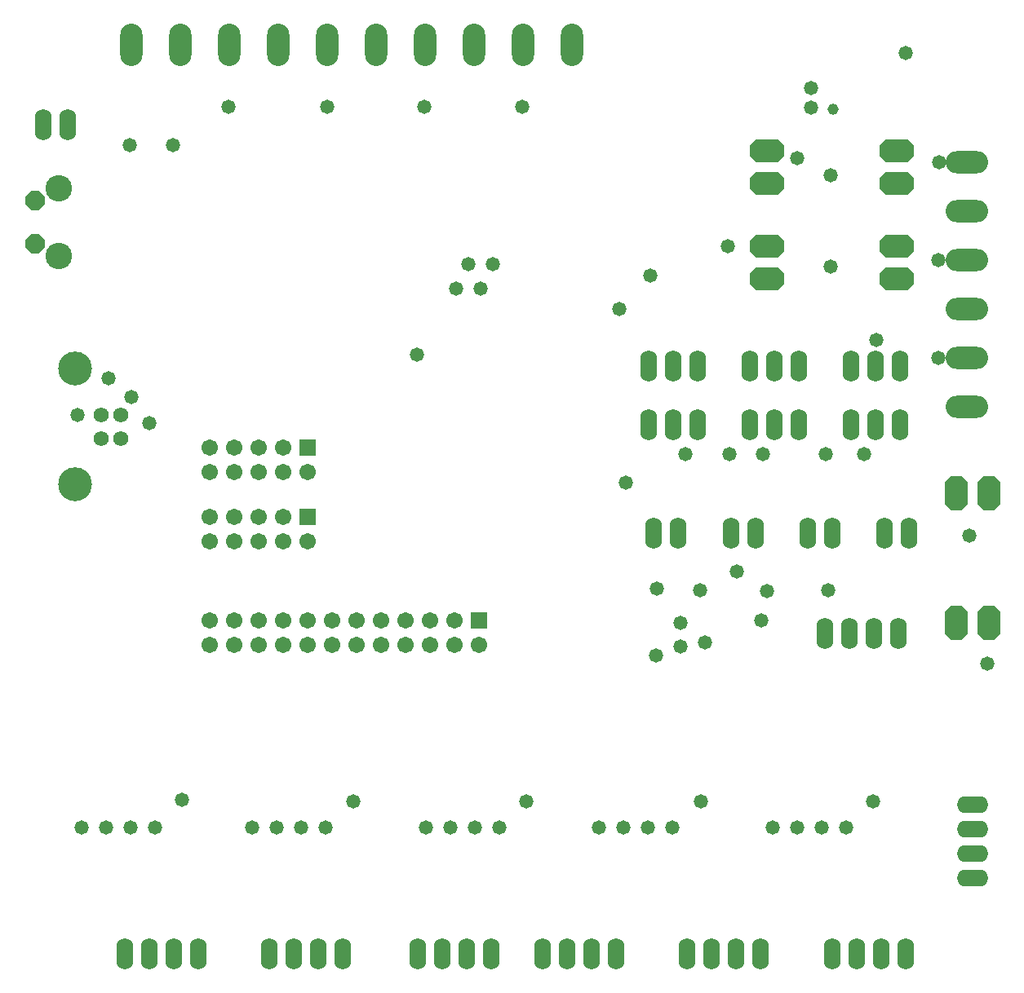
<source format=gbs>
G04 Layer_Color=16711935*
%FSLAX24Y24*%
%MOIN*%
G70*
G01*
G75*
%ADD178C,0.0580*%
%ADD224R,0.0671X0.0671*%
%ADD225C,0.0671*%
%ADD226O,0.0680X0.1280*%
G04:AMPARAMS|DCode=227|XSize=141mil|YSize=91mil|CornerRadius=0mil|HoleSize=0mil|Usage=FLASHONLY|Rotation=180.000|XOffset=0mil|YOffset=0mil|HoleType=Round|Shape=Octagon|*
%AMOCTAGOND227*
4,1,8,-0.0705,0.0228,-0.0705,-0.0228,-0.0478,-0.0455,0.0478,-0.0455,0.0705,-0.0228,0.0705,0.0228,0.0478,0.0455,-0.0478,0.0455,-0.0705,0.0228,0.0*
%
%ADD227OCTAGOND227*%

G04:AMPARAMS|DCode=228|XSize=141mil|YSize=91mil|CornerRadius=0mil|HoleSize=0mil|Usage=FLASHONLY|Rotation=270.000|XOffset=0mil|YOffset=0mil|HoleType=Round|Shape=Octagon|*
%AMOCTAGOND228*
4,1,8,-0.0228,-0.0705,0.0228,-0.0705,0.0455,-0.0478,0.0455,0.0478,0.0228,0.0705,-0.0228,0.0705,-0.0455,0.0478,-0.0455,-0.0478,-0.0228,-0.0705,0.0*
%
%ADD228OCTAGOND228*%

%ADD229O,0.0905X0.1730*%
%ADD230C,0.1385*%
%ADD231C,0.0620*%
%ADD232C,0.1080*%
%ADD233P,0.0844X8X292.5*%
%ADD234O,0.1730X0.0905*%
%ADD235O,0.1280X0.0680*%
%ADD236C,0.0580*%
%ADD237C,0.0460*%
D178*
X18090Y28630D02*
D03*
X18590Y29630D02*
D03*
X19090Y28630D02*
D03*
X19580Y29630D02*
D03*
X16460Y25930D02*
D03*
X4820Y24200D02*
D03*
X3860Y24990D02*
D03*
X24750Y27820D02*
D03*
X33010Y6620D02*
D03*
X25921D02*
D03*
X11744D02*
D03*
X4776D02*
D03*
X34010D02*
D03*
X26921D02*
D03*
X12744D02*
D03*
X5776D02*
D03*
X32010D02*
D03*
X24921D02*
D03*
X10744D02*
D03*
X3776D02*
D03*
X31010D02*
D03*
X23921D02*
D03*
X9744D02*
D03*
X2776D02*
D03*
X18835D02*
D03*
X19835D02*
D03*
X16835D02*
D03*
X17835D02*
D03*
X35226Y26545D02*
D03*
X33290Y16300D02*
D03*
X30760Y16270D02*
D03*
X35120Y7680D02*
D03*
X28070D02*
D03*
X13860D02*
D03*
X6870Y7730D02*
D03*
X20790Y36060D02*
D03*
X16770D02*
D03*
X12800D02*
D03*
X8780D02*
D03*
X33180Y21880D02*
D03*
X29240D02*
D03*
X25020Y20700D02*
D03*
X34730Y21880D02*
D03*
X30610D02*
D03*
X27440D02*
D03*
X29550Y17060D02*
D03*
X27250Y14000D02*
D03*
X28250Y14190D02*
D03*
X27250Y14970D02*
D03*
X26270Y16390D02*
D03*
X28050Y16310D02*
D03*
X20940Y7670D02*
D03*
X30550Y15060D02*
D03*
X26250Y13655D02*
D03*
X36450Y38280D02*
D03*
X26020Y29160D02*
D03*
X4750Y34500D02*
D03*
X37810Y33820D02*
D03*
X32020Y33970D02*
D03*
X37770Y29810D02*
D03*
X29160Y30380D02*
D03*
X37770Y25820D02*
D03*
X39764Y13307D02*
D03*
X6500Y34500D02*
D03*
X5541Y23140D02*
D03*
X2618Y23474D02*
D03*
X39035Y18533D02*
D03*
X33386Y33278D02*
D03*
Y29537D02*
D03*
D224*
X19010Y15060D02*
D03*
X12010Y19300D02*
D03*
Y22150D02*
D03*
D225*
X19010Y14060D02*
D03*
X18010Y15060D02*
D03*
Y14060D02*
D03*
X17010Y15060D02*
D03*
Y14060D02*
D03*
X16010Y15060D02*
D03*
Y14060D02*
D03*
X15010Y15060D02*
D03*
Y14060D02*
D03*
X14010Y15060D02*
D03*
Y14060D02*
D03*
X13010Y15060D02*
D03*
Y14060D02*
D03*
X12010Y15060D02*
D03*
Y14060D02*
D03*
X11010Y15060D02*
D03*
Y14060D02*
D03*
X10010Y15060D02*
D03*
Y14060D02*
D03*
X9010Y15060D02*
D03*
Y14060D02*
D03*
X8010Y15060D02*
D03*
Y14060D02*
D03*
Y18300D02*
D03*
Y19300D02*
D03*
X9010Y18300D02*
D03*
Y19300D02*
D03*
X10010Y18300D02*
D03*
Y19300D02*
D03*
X11010Y18300D02*
D03*
Y19300D02*
D03*
X12010Y18300D02*
D03*
X8010Y21150D02*
D03*
Y22150D02*
D03*
X9010Y21150D02*
D03*
Y22150D02*
D03*
X10010Y21150D02*
D03*
Y22150D02*
D03*
X11010Y21150D02*
D03*
Y22150D02*
D03*
X12010Y21150D02*
D03*
D226*
X1200Y35350D02*
D03*
X2200D02*
D03*
X32085Y25490D02*
D03*
X31085D02*
D03*
X30085D02*
D03*
X34220D02*
D03*
X35220D02*
D03*
X36220D02*
D03*
X27950D02*
D03*
X26950D02*
D03*
X25950D02*
D03*
X36220Y23090D02*
D03*
X35220D02*
D03*
X34220D02*
D03*
X30085D02*
D03*
X31085D02*
D03*
X32085D02*
D03*
X27950D02*
D03*
X26950D02*
D03*
X25950D02*
D03*
X21600Y1450D02*
D03*
X22600D02*
D03*
X23600D02*
D03*
X24600D02*
D03*
X16500D02*
D03*
X17500D02*
D03*
X18500D02*
D03*
X19500D02*
D03*
X26130Y18630D02*
D03*
X27130D02*
D03*
X29300D02*
D03*
X30300D02*
D03*
X32450D02*
D03*
X33450D02*
D03*
X35580D02*
D03*
X36580D02*
D03*
X33150Y14550D02*
D03*
X34150D02*
D03*
X35150D02*
D03*
X36150D02*
D03*
X7550Y1450D02*
D03*
X6550D02*
D03*
X5550D02*
D03*
X4550D02*
D03*
X13450D02*
D03*
X12450D02*
D03*
X11450D02*
D03*
X10450D02*
D03*
X30500D02*
D03*
X29500D02*
D03*
X28500D02*
D03*
X27500D02*
D03*
X36450D02*
D03*
X35450D02*
D03*
X34450D02*
D03*
X33450D02*
D03*
D227*
X30760Y32930D02*
D03*
Y34270D02*
D03*
X36060D02*
D03*
Y32930D02*
D03*
X30760Y29030D02*
D03*
Y30370D02*
D03*
X36060D02*
D03*
Y29030D02*
D03*
D228*
X39843Y20288D02*
D03*
X38503D02*
D03*
Y14988D02*
D03*
X39843D02*
D03*
D229*
X4800Y38620D02*
D03*
X6800D02*
D03*
X8800D02*
D03*
X10800D02*
D03*
X12800D02*
D03*
X14800D02*
D03*
X16800D02*
D03*
X18800D02*
D03*
X20800D02*
D03*
X22800D02*
D03*
D230*
X2500Y20630D02*
D03*
Y25362D02*
D03*
D231*
X3570Y22500D02*
D03*
Y23492D02*
D03*
X4360D02*
D03*
Y22500D02*
D03*
D232*
X1840Y29970D02*
D03*
Y32730D02*
D03*
D233*
X860Y30460D02*
D03*
Y32240D02*
D03*
D234*
X38950Y29825D02*
D03*
Y31825D02*
D03*
Y33825D02*
D03*
Y27825D02*
D03*
Y25825D02*
D03*
Y23825D02*
D03*
D235*
X39180Y7550D02*
D03*
Y6550D02*
D03*
Y5550D02*
D03*
Y4550D02*
D03*
D236*
X32579Y36850D02*
D03*
X32559Y36053D02*
D03*
D237*
X33470Y35960D02*
D03*
M02*

</source>
